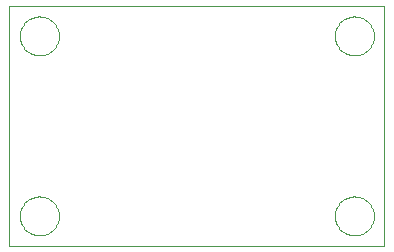
<source format=gko>
G75*
G70*
%OFA0B0*%
%FSLAX24Y24*%
%IPPOS*%
%LPD*%
%AMOC8*
5,1,8,0,0,1.08239X$1,22.5*
%
%ADD10C,0.0000*%
D10*
X006333Y003024D02*
X006333Y011020D01*
X018833Y011024D01*
X018833Y003024D01*
X006333Y003024D01*
X006683Y004024D02*
X006685Y004074D01*
X006691Y004124D01*
X006701Y004174D01*
X006714Y004222D01*
X006731Y004270D01*
X006752Y004316D01*
X006776Y004360D01*
X006804Y004402D01*
X006835Y004442D01*
X006869Y004479D01*
X006906Y004514D01*
X006945Y004545D01*
X006986Y004574D01*
X007030Y004599D01*
X007076Y004621D01*
X007123Y004639D01*
X007171Y004653D01*
X007220Y004664D01*
X007270Y004671D01*
X007320Y004674D01*
X007371Y004673D01*
X007421Y004668D01*
X007471Y004659D01*
X007519Y004647D01*
X007567Y004630D01*
X007613Y004610D01*
X007658Y004587D01*
X007701Y004560D01*
X007741Y004530D01*
X007779Y004497D01*
X007814Y004461D01*
X007847Y004422D01*
X007876Y004381D01*
X007902Y004338D01*
X007925Y004293D01*
X007944Y004246D01*
X007959Y004198D01*
X007971Y004149D01*
X007979Y004099D01*
X007983Y004049D01*
X007983Y003999D01*
X007979Y003949D01*
X007971Y003899D01*
X007959Y003850D01*
X007944Y003802D01*
X007925Y003755D01*
X007902Y003710D01*
X007876Y003667D01*
X007847Y003626D01*
X007814Y003587D01*
X007779Y003551D01*
X007741Y003518D01*
X007701Y003488D01*
X007658Y003461D01*
X007613Y003438D01*
X007567Y003418D01*
X007519Y003401D01*
X007471Y003389D01*
X007421Y003380D01*
X007371Y003375D01*
X007320Y003374D01*
X007270Y003377D01*
X007220Y003384D01*
X007171Y003395D01*
X007123Y003409D01*
X007076Y003427D01*
X007030Y003449D01*
X006986Y003474D01*
X006945Y003503D01*
X006906Y003534D01*
X006869Y003569D01*
X006835Y003606D01*
X006804Y003646D01*
X006776Y003688D01*
X006752Y003732D01*
X006731Y003778D01*
X006714Y003826D01*
X006701Y003874D01*
X006691Y003924D01*
X006685Y003974D01*
X006683Y004024D01*
X017183Y004024D02*
X017185Y004074D01*
X017191Y004124D01*
X017201Y004174D01*
X017214Y004222D01*
X017231Y004270D01*
X017252Y004316D01*
X017276Y004360D01*
X017304Y004402D01*
X017335Y004442D01*
X017369Y004479D01*
X017406Y004514D01*
X017445Y004545D01*
X017486Y004574D01*
X017530Y004599D01*
X017576Y004621D01*
X017623Y004639D01*
X017671Y004653D01*
X017720Y004664D01*
X017770Y004671D01*
X017820Y004674D01*
X017871Y004673D01*
X017921Y004668D01*
X017971Y004659D01*
X018019Y004647D01*
X018067Y004630D01*
X018113Y004610D01*
X018158Y004587D01*
X018201Y004560D01*
X018241Y004530D01*
X018279Y004497D01*
X018314Y004461D01*
X018347Y004422D01*
X018376Y004381D01*
X018402Y004338D01*
X018425Y004293D01*
X018444Y004246D01*
X018459Y004198D01*
X018471Y004149D01*
X018479Y004099D01*
X018483Y004049D01*
X018483Y003999D01*
X018479Y003949D01*
X018471Y003899D01*
X018459Y003850D01*
X018444Y003802D01*
X018425Y003755D01*
X018402Y003710D01*
X018376Y003667D01*
X018347Y003626D01*
X018314Y003587D01*
X018279Y003551D01*
X018241Y003518D01*
X018201Y003488D01*
X018158Y003461D01*
X018113Y003438D01*
X018067Y003418D01*
X018019Y003401D01*
X017971Y003389D01*
X017921Y003380D01*
X017871Y003375D01*
X017820Y003374D01*
X017770Y003377D01*
X017720Y003384D01*
X017671Y003395D01*
X017623Y003409D01*
X017576Y003427D01*
X017530Y003449D01*
X017486Y003474D01*
X017445Y003503D01*
X017406Y003534D01*
X017369Y003569D01*
X017335Y003606D01*
X017304Y003646D01*
X017276Y003688D01*
X017252Y003732D01*
X017231Y003778D01*
X017214Y003826D01*
X017201Y003874D01*
X017191Y003924D01*
X017185Y003974D01*
X017183Y004024D01*
X017183Y010024D02*
X017185Y010074D01*
X017191Y010124D01*
X017201Y010174D01*
X017214Y010222D01*
X017231Y010270D01*
X017252Y010316D01*
X017276Y010360D01*
X017304Y010402D01*
X017335Y010442D01*
X017369Y010479D01*
X017406Y010514D01*
X017445Y010545D01*
X017486Y010574D01*
X017530Y010599D01*
X017576Y010621D01*
X017623Y010639D01*
X017671Y010653D01*
X017720Y010664D01*
X017770Y010671D01*
X017820Y010674D01*
X017871Y010673D01*
X017921Y010668D01*
X017971Y010659D01*
X018019Y010647D01*
X018067Y010630D01*
X018113Y010610D01*
X018158Y010587D01*
X018201Y010560D01*
X018241Y010530D01*
X018279Y010497D01*
X018314Y010461D01*
X018347Y010422D01*
X018376Y010381D01*
X018402Y010338D01*
X018425Y010293D01*
X018444Y010246D01*
X018459Y010198D01*
X018471Y010149D01*
X018479Y010099D01*
X018483Y010049D01*
X018483Y009999D01*
X018479Y009949D01*
X018471Y009899D01*
X018459Y009850D01*
X018444Y009802D01*
X018425Y009755D01*
X018402Y009710D01*
X018376Y009667D01*
X018347Y009626D01*
X018314Y009587D01*
X018279Y009551D01*
X018241Y009518D01*
X018201Y009488D01*
X018158Y009461D01*
X018113Y009438D01*
X018067Y009418D01*
X018019Y009401D01*
X017971Y009389D01*
X017921Y009380D01*
X017871Y009375D01*
X017820Y009374D01*
X017770Y009377D01*
X017720Y009384D01*
X017671Y009395D01*
X017623Y009409D01*
X017576Y009427D01*
X017530Y009449D01*
X017486Y009474D01*
X017445Y009503D01*
X017406Y009534D01*
X017369Y009569D01*
X017335Y009606D01*
X017304Y009646D01*
X017276Y009688D01*
X017252Y009732D01*
X017231Y009778D01*
X017214Y009826D01*
X017201Y009874D01*
X017191Y009924D01*
X017185Y009974D01*
X017183Y010024D01*
X006683Y010024D02*
X006685Y010074D01*
X006691Y010124D01*
X006701Y010174D01*
X006714Y010222D01*
X006731Y010270D01*
X006752Y010316D01*
X006776Y010360D01*
X006804Y010402D01*
X006835Y010442D01*
X006869Y010479D01*
X006906Y010514D01*
X006945Y010545D01*
X006986Y010574D01*
X007030Y010599D01*
X007076Y010621D01*
X007123Y010639D01*
X007171Y010653D01*
X007220Y010664D01*
X007270Y010671D01*
X007320Y010674D01*
X007371Y010673D01*
X007421Y010668D01*
X007471Y010659D01*
X007519Y010647D01*
X007567Y010630D01*
X007613Y010610D01*
X007658Y010587D01*
X007701Y010560D01*
X007741Y010530D01*
X007779Y010497D01*
X007814Y010461D01*
X007847Y010422D01*
X007876Y010381D01*
X007902Y010338D01*
X007925Y010293D01*
X007944Y010246D01*
X007959Y010198D01*
X007971Y010149D01*
X007979Y010099D01*
X007983Y010049D01*
X007983Y009999D01*
X007979Y009949D01*
X007971Y009899D01*
X007959Y009850D01*
X007944Y009802D01*
X007925Y009755D01*
X007902Y009710D01*
X007876Y009667D01*
X007847Y009626D01*
X007814Y009587D01*
X007779Y009551D01*
X007741Y009518D01*
X007701Y009488D01*
X007658Y009461D01*
X007613Y009438D01*
X007567Y009418D01*
X007519Y009401D01*
X007471Y009389D01*
X007421Y009380D01*
X007371Y009375D01*
X007320Y009374D01*
X007270Y009377D01*
X007220Y009384D01*
X007171Y009395D01*
X007123Y009409D01*
X007076Y009427D01*
X007030Y009449D01*
X006986Y009474D01*
X006945Y009503D01*
X006906Y009534D01*
X006869Y009569D01*
X006835Y009606D01*
X006804Y009646D01*
X006776Y009688D01*
X006752Y009732D01*
X006731Y009778D01*
X006714Y009826D01*
X006701Y009874D01*
X006691Y009924D01*
X006685Y009974D01*
X006683Y010024D01*
M02*

</source>
